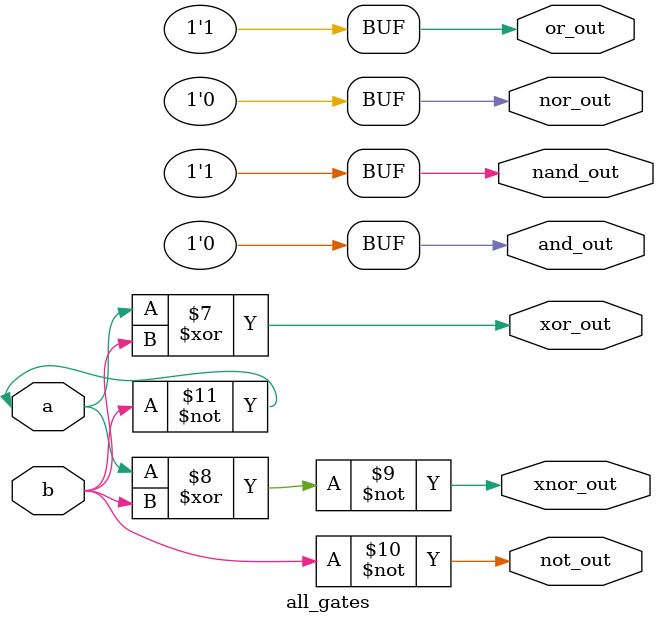
<source format=v>
module all_gates(output and_out,nand_out,or_out,nor_out,xor_out,xnor_out,not_out,
		 input a,b);

	and a1(and_out,a,b);
	nand a2(nand_out,a,b);
	or a3(or_out,a,b);
	nor a4(nor_out,a,b);
	xor a5(xor_out,a,b);
	xnor a6(xnor_out,a,b);
	not a7(not_out,a,b);
endmodule

</source>
